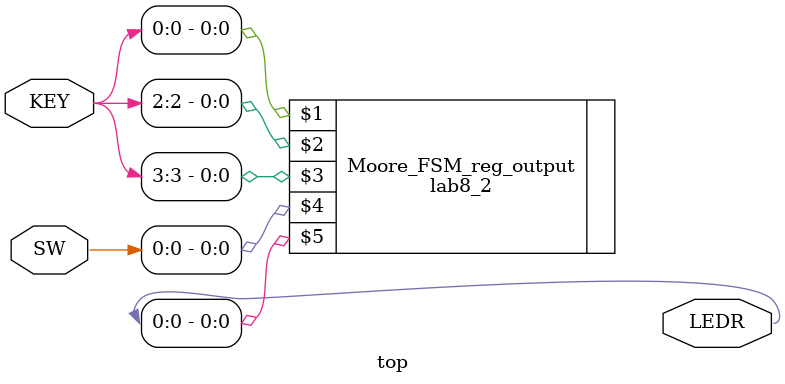
<source format=v>
module top (SW, KEY, LEDR);

    input wire [9:0] SW;        // DE-series switches
    input wire [3:0] KEY;       // DE-series pushbuttons

    output wire [9:0] LEDR;     // DE-series LEDs   

    lab8_2 Moore_FSM_reg_output (KEY[0], KEY[2], KEY[3], SW[0], LEDR[0]);

endmodule


</source>
